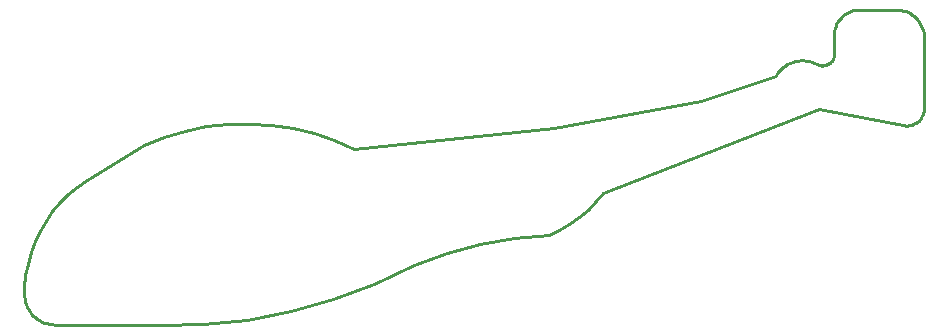
<source format=gko>
G04 EAGLE Gerber X2 export*
G75*
%MOMM*%
%FSLAX34Y34*%
%LPD*%
%AMOC8*
5,1,8,0,0,1.08239X$1,22.5*%
G01*
%ADD10C,0.254000*%


D10*
X0Y26016D02*
X99Y23749D01*
X395Y21499D01*
X887Y19283D01*
X1569Y17118D01*
X2438Y15021D01*
X3486Y13008D01*
X4705Y11094D01*
X6087Y9293D01*
X7620Y7620D01*
X9293Y6087D01*
X11094Y4705D01*
X13008Y3486D01*
X15021Y2438D01*
X17118Y1569D01*
X19283Y887D01*
X21499Y395D01*
X23749Y99D01*
X26016Y0D01*
X114300Y0D01*
X151677Y483D01*
X188869Y4222D01*
X225594Y11188D01*
X261572Y21329D01*
X296529Y34566D01*
X330200Y50800D01*
X357833Y60873D01*
X386239Y68500D01*
X415201Y73622D01*
X444500Y76200D01*
X453320Y80383D01*
X461741Y85319D01*
X469701Y90970D01*
X477137Y97294D01*
X483994Y104241D01*
X490220Y111760D01*
X673100Y182880D01*
X743835Y168733D01*
X745144Y168530D01*
X746466Y168442D01*
X747791Y168470D01*
X749108Y168612D01*
X750408Y168870D01*
X751680Y169239D01*
X752915Y169718D01*
X754104Y170303D01*
X755237Y170989D01*
X756307Y171771D01*
X757304Y172643D01*
X758221Y173599D01*
X759051Y174632D01*
X759788Y175733D01*
X760427Y176893D01*
X760962Y178106D01*
X761389Y179360D01*
X761705Y180646D01*
X761908Y181955D01*
X761996Y183277D01*
X762000Y183625D01*
X762000Y242893D01*
X761909Y244968D01*
X761638Y247027D01*
X761189Y249054D01*
X760564Y251035D01*
X759769Y252954D01*
X758810Y254796D01*
X757694Y256548D01*
X756430Y258196D01*
X755027Y259727D01*
X753496Y261130D01*
X751848Y262394D01*
X750096Y263510D01*
X748254Y264469D01*
X746335Y265264D01*
X744354Y265889D01*
X742327Y266338D01*
X740268Y266609D01*
X738193Y266700D01*
X707299Y266700D01*
X705425Y266618D01*
X703566Y266373D01*
X701735Y265967D01*
X699946Y265403D01*
X698213Y264686D01*
X696549Y263820D01*
X694968Y262812D01*
X693480Y261670D01*
X692097Y260403D01*
X690830Y259020D01*
X689688Y257532D01*
X688680Y255951D01*
X687814Y254287D01*
X687097Y252554D01*
X686533Y250766D01*
X686127Y248934D01*
X685882Y247075D01*
X685800Y245201D01*
X685800Y229159D01*
X685762Y228299D01*
X685650Y227446D01*
X685464Y226606D01*
X685205Y225785D01*
X684876Y224990D01*
X684478Y224227D01*
X684016Y223501D01*
X683492Y222818D01*
X682911Y222183D01*
X682276Y221602D01*
X681593Y221078D01*
X680867Y220616D01*
X680104Y220218D01*
X679309Y219889D01*
X678488Y219630D01*
X677648Y219444D01*
X676795Y219331D01*
X675935Y219294D01*
X675075Y219331D01*
X674222Y219444D01*
X673381Y219630D01*
X673100Y219710D01*
X671054Y220841D01*
X668918Y221789D01*
X666707Y222547D01*
X664439Y223109D01*
X662130Y223472D01*
X659798Y223632D01*
X657462Y223589D01*
X655138Y223342D01*
X652844Y222893D01*
X650598Y222246D01*
X648417Y221406D01*
X646318Y220378D01*
X644316Y219172D01*
X642427Y217796D01*
X640665Y216261D01*
X639043Y214577D01*
X637575Y212759D01*
X636270Y210820D01*
X572770Y189230D01*
X448310Y166370D01*
X279400Y148590D01*
X262596Y155976D01*
X245213Y161869D01*
X227382Y166225D01*
X209239Y169010D01*
X190922Y170204D01*
X172572Y169796D01*
X154326Y167791D01*
X136325Y164203D01*
X118705Y159059D01*
X101600Y152400D01*
X53325Y122228D01*
X45169Y116621D01*
X37532Y110325D01*
X30473Y103386D01*
X24045Y95859D01*
X18298Y87801D01*
X13275Y79272D01*
X9015Y70338D01*
X5550Y61067D01*
X2906Y51528D01*
X1103Y41796D01*
X155Y31944D01*
X0Y26016D01*
M02*

</source>
